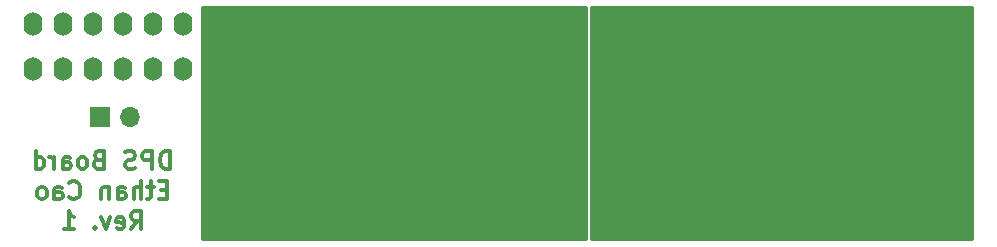
<source format=gbr>
%TF.GenerationSoftware,KiCad,Pcbnew,(5.1.6)-1*%
%TF.CreationDate,2021-12-11T15:19:36-08:00*%
%TF.ProjectId,PCB,5043422e-6b69-4636-9164-5f7063625858,rev?*%
%TF.SameCoordinates,Original*%
%TF.FileFunction,Copper,L2,Bot*%
%TF.FilePolarity,Positive*%
%FSLAX46Y46*%
G04 Gerber Fmt 4.6, Leading zero omitted, Abs format (unit mm)*
G04 Created by KiCad (PCBNEW (5.1.6)-1) date 2021-12-11 15:19:36*
%MOMM*%
%LPD*%
G01*
G04 APERTURE LIST*
%TA.AperFunction,NonConductor*%
%ADD10C,0.300000*%
%TD*%
%TA.AperFunction,ComponentPad*%
%ADD11C,13.000000*%
%TD*%
%TA.AperFunction,ComponentPad*%
%ADD12O,1.700000X1.700000*%
%TD*%
%TA.AperFunction,ComponentPad*%
%ADD13R,1.700000X1.700000*%
%TD*%
%TA.AperFunction,ComponentPad*%
%ADD14O,1.600000X2.000000*%
%TD*%
%TA.AperFunction,ViaPad*%
%ADD15C,0.800000*%
%TD*%
%TA.AperFunction,Conductor*%
%ADD16C,0.254000*%
%TD*%
G04 APERTURE END LIST*
D10*
X97428571Y-81388571D02*
X97428571Y-79888571D01*
X97071428Y-79888571D01*
X96857142Y-79960000D01*
X96714285Y-80102857D01*
X96642857Y-80245714D01*
X96571428Y-80531428D01*
X96571428Y-80745714D01*
X96642857Y-81031428D01*
X96714285Y-81174285D01*
X96857142Y-81317142D01*
X97071428Y-81388571D01*
X97428571Y-81388571D01*
X95928571Y-81388571D02*
X95928571Y-79888571D01*
X95357142Y-79888571D01*
X95214285Y-79960000D01*
X95142857Y-80031428D01*
X95071428Y-80174285D01*
X95071428Y-80388571D01*
X95142857Y-80531428D01*
X95214285Y-80602857D01*
X95357142Y-80674285D01*
X95928571Y-80674285D01*
X94500000Y-81317142D02*
X94285714Y-81388571D01*
X93928571Y-81388571D01*
X93785714Y-81317142D01*
X93714285Y-81245714D01*
X93642857Y-81102857D01*
X93642857Y-80960000D01*
X93714285Y-80817142D01*
X93785714Y-80745714D01*
X93928571Y-80674285D01*
X94214285Y-80602857D01*
X94357142Y-80531428D01*
X94428571Y-80460000D01*
X94500000Y-80317142D01*
X94500000Y-80174285D01*
X94428571Y-80031428D01*
X94357142Y-79960000D01*
X94214285Y-79888571D01*
X93857142Y-79888571D01*
X93642857Y-79960000D01*
X91357142Y-80602857D02*
X91142857Y-80674285D01*
X91071428Y-80745714D01*
X91000000Y-80888571D01*
X91000000Y-81102857D01*
X91071428Y-81245714D01*
X91142857Y-81317142D01*
X91285714Y-81388571D01*
X91857142Y-81388571D01*
X91857142Y-79888571D01*
X91357142Y-79888571D01*
X91214285Y-79960000D01*
X91142857Y-80031428D01*
X91071428Y-80174285D01*
X91071428Y-80317142D01*
X91142857Y-80460000D01*
X91214285Y-80531428D01*
X91357142Y-80602857D01*
X91857142Y-80602857D01*
X90142857Y-81388571D02*
X90285714Y-81317142D01*
X90357142Y-81245714D01*
X90428571Y-81102857D01*
X90428571Y-80674285D01*
X90357142Y-80531428D01*
X90285714Y-80460000D01*
X90142857Y-80388571D01*
X89928571Y-80388571D01*
X89785714Y-80460000D01*
X89714285Y-80531428D01*
X89642857Y-80674285D01*
X89642857Y-81102857D01*
X89714285Y-81245714D01*
X89785714Y-81317142D01*
X89928571Y-81388571D01*
X90142857Y-81388571D01*
X88357142Y-81388571D02*
X88357142Y-80602857D01*
X88428571Y-80460000D01*
X88571428Y-80388571D01*
X88857142Y-80388571D01*
X89000000Y-80460000D01*
X88357142Y-81317142D02*
X88500000Y-81388571D01*
X88857142Y-81388571D01*
X89000000Y-81317142D01*
X89071428Y-81174285D01*
X89071428Y-81031428D01*
X89000000Y-80888571D01*
X88857142Y-80817142D01*
X88500000Y-80817142D01*
X88357142Y-80745714D01*
X87642857Y-81388571D02*
X87642857Y-80388571D01*
X87642857Y-80674285D02*
X87571428Y-80531428D01*
X87500000Y-80460000D01*
X87357142Y-80388571D01*
X87214285Y-80388571D01*
X86071428Y-81388571D02*
X86071428Y-79888571D01*
X86071428Y-81317142D02*
X86214285Y-81388571D01*
X86500000Y-81388571D01*
X86642857Y-81317142D01*
X86714285Y-81245714D01*
X86785714Y-81102857D01*
X86785714Y-80674285D01*
X86714285Y-80531428D01*
X86642857Y-80460000D01*
X86500000Y-80388571D01*
X86214285Y-80388571D01*
X86071428Y-80460000D01*
X97214285Y-83152857D02*
X96714285Y-83152857D01*
X96500000Y-83938571D02*
X97214285Y-83938571D01*
X97214285Y-82438571D01*
X96500000Y-82438571D01*
X96071428Y-82938571D02*
X95500000Y-82938571D01*
X95857142Y-82438571D02*
X95857142Y-83724285D01*
X95785714Y-83867142D01*
X95642857Y-83938571D01*
X95500000Y-83938571D01*
X95000000Y-83938571D02*
X95000000Y-82438571D01*
X94357142Y-83938571D02*
X94357142Y-83152857D01*
X94428571Y-83010000D01*
X94571428Y-82938571D01*
X94785714Y-82938571D01*
X94928571Y-83010000D01*
X95000000Y-83081428D01*
X93000000Y-83938571D02*
X93000000Y-83152857D01*
X93071428Y-83010000D01*
X93214285Y-82938571D01*
X93500000Y-82938571D01*
X93642857Y-83010000D01*
X93000000Y-83867142D02*
X93142857Y-83938571D01*
X93500000Y-83938571D01*
X93642857Y-83867142D01*
X93714285Y-83724285D01*
X93714285Y-83581428D01*
X93642857Y-83438571D01*
X93500000Y-83367142D01*
X93142857Y-83367142D01*
X93000000Y-83295714D01*
X92285714Y-82938571D02*
X92285714Y-83938571D01*
X92285714Y-83081428D02*
X92214285Y-83010000D01*
X92071428Y-82938571D01*
X91857142Y-82938571D01*
X91714285Y-83010000D01*
X91642857Y-83152857D01*
X91642857Y-83938571D01*
X88928571Y-83795714D02*
X89000000Y-83867142D01*
X89214285Y-83938571D01*
X89357142Y-83938571D01*
X89571428Y-83867142D01*
X89714285Y-83724285D01*
X89785714Y-83581428D01*
X89857142Y-83295714D01*
X89857142Y-83081428D01*
X89785714Y-82795714D01*
X89714285Y-82652857D01*
X89571428Y-82510000D01*
X89357142Y-82438571D01*
X89214285Y-82438571D01*
X89000000Y-82510000D01*
X88928571Y-82581428D01*
X87642857Y-83938571D02*
X87642857Y-83152857D01*
X87714285Y-83010000D01*
X87857142Y-82938571D01*
X88142857Y-82938571D01*
X88285714Y-83010000D01*
X87642857Y-83867142D02*
X87785714Y-83938571D01*
X88142857Y-83938571D01*
X88285714Y-83867142D01*
X88357142Y-83724285D01*
X88357142Y-83581428D01*
X88285714Y-83438571D01*
X88142857Y-83367142D01*
X87785714Y-83367142D01*
X87642857Y-83295714D01*
X86714285Y-83938571D02*
X86857142Y-83867142D01*
X86928571Y-83795714D01*
X87000000Y-83652857D01*
X87000000Y-83224285D01*
X86928571Y-83081428D01*
X86857142Y-83010000D01*
X86714285Y-82938571D01*
X86500000Y-82938571D01*
X86357142Y-83010000D01*
X86285714Y-83081428D01*
X86214285Y-83224285D01*
X86214285Y-83652857D01*
X86285714Y-83795714D01*
X86357142Y-83867142D01*
X86500000Y-83938571D01*
X86714285Y-83938571D01*
X94142857Y-86488571D02*
X94642857Y-85774285D01*
X95000000Y-86488571D02*
X95000000Y-84988571D01*
X94428571Y-84988571D01*
X94285714Y-85060000D01*
X94214285Y-85131428D01*
X94142857Y-85274285D01*
X94142857Y-85488571D01*
X94214285Y-85631428D01*
X94285714Y-85702857D01*
X94428571Y-85774285D01*
X95000000Y-85774285D01*
X92928571Y-86417142D02*
X93071428Y-86488571D01*
X93357142Y-86488571D01*
X93500000Y-86417142D01*
X93571428Y-86274285D01*
X93571428Y-85702857D01*
X93500000Y-85560000D01*
X93357142Y-85488571D01*
X93071428Y-85488571D01*
X92928571Y-85560000D01*
X92857142Y-85702857D01*
X92857142Y-85845714D01*
X93571428Y-85988571D01*
X92357142Y-85488571D02*
X92000000Y-86488571D01*
X91642857Y-85488571D01*
X91071428Y-86345714D02*
X91000000Y-86417142D01*
X91071428Y-86488571D01*
X91142857Y-86417142D01*
X91071428Y-86345714D01*
X91071428Y-86488571D01*
X88428571Y-86488571D02*
X89285714Y-86488571D01*
X88857142Y-86488571D02*
X88857142Y-84988571D01*
X89000000Y-85202857D01*
X89142857Y-85345714D01*
X89285714Y-85417142D01*
D11*
%TO.P, ,1*%
%TO.N,GND*%
X116500000Y-81000000D03*
%TD*%
%TO.P, ,1*%
%TO.N,+12V*%
X149500000Y-81000000D03*
%TD*%
D12*
%TO.P,JP1,2*%
%TO.N,Net-(J1-Pad1)*%
X94040000Y-77000000D03*
D13*
%TO.P,JP1,1*%
%TO.N,Net-(JP1-Pad1)*%
X91500000Y-77000000D03*
%TD*%
D14*
%TO.P,J1,32*%
%TO.N,+12V*%
X164600000Y-69155000D03*
%TO.P,J1,33*%
X164600000Y-72965000D03*
%TO.P,J1,31*%
X162060000Y-69155000D03*
%TO.P,J1,34*%
X162060000Y-72965000D03*
%TO.P,J1,30*%
X159520000Y-69155000D03*
%TO.P,J1,35*%
X159520000Y-72965000D03*
%TO.P,J1,29*%
X156980000Y-69155000D03*
%TO.P,J1,36*%
X156980000Y-72965000D03*
%TO.P,J1,28*%
X154440000Y-69155000D03*
%TO.P,J1,37*%
X154440000Y-72965000D03*
%TO.P,J1,27*%
X151900000Y-69155000D03*
%TO.P,J1,38*%
X151900000Y-72965000D03*
%TO.P,J1,26*%
X149360000Y-69155000D03*
%TO.P,J1,39*%
X149360000Y-72965000D03*
%TO.P,J1,25*%
X146820000Y-69155000D03*
%TO.P,J1,40*%
X146820000Y-72965000D03*
%TO.P,J1,24*%
X144280000Y-69155000D03*
%TO.P,J1,41*%
X144280000Y-72965000D03*
%TO.P,J1,23*%
X141740000Y-69155000D03*
%TO.P,J1,42*%
X141740000Y-72965000D03*
%TO.P,J1,22*%
X139200000Y-69155000D03*
%TO.P,J1,43*%
X139200000Y-72965000D03*
%TO.P,J1,21*%
X136660000Y-69155000D03*
%TO.P,J1,44*%
X136660000Y-72965000D03*
%TO.P,J1,20*%
X134120000Y-69155000D03*
%TO.P,J1,45*%
X134120000Y-72965000D03*
%TO.P,J1,19*%
%TO.N,GND*%
X131580000Y-69155000D03*
%TO.P,J1,46*%
X131580000Y-72965000D03*
%TO.P,J1,18*%
X129040000Y-69155000D03*
%TO.P,J1,47*%
X129040000Y-72965000D03*
%TO.P,J1,17*%
X126500000Y-69155000D03*
%TO.P,J1,48*%
X126500000Y-72965000D03*
%TO.P,J1,16*%
X123960000Y-69155000D03*
%TO.P,J1,49*%
X123960000Y-72965000D03*
%TO.P,J1,15*%
X121420000Y-69155000D03*
%TO.P,J1,50*%
X121420000Y-72965000D03*
%TO.P,J1,14*%
X118880000Y-69155000D03*
%TO.P,J1,51*%
X118880000Y-72965000D03*
%TO.P,J1,13*%
X116340000Y-69155000D03*
%TO.P,J1,52*%
X116340000Y-72965000D03*
%TO.P,J1,12*%
X113800000Y-69155000D03*
%TO.P,J1,53*%
X113800000Y-72965000D03*
%TO.P,J1,11*%
X111260000Y-69155000D03*
%TO.P,J1,54*%
X111260000Y-72965000D03*
%TO.P,J1,10*%
X108720000Y-69155000D03*
%TO.P,J1,55*%
X108720000Y-72965000D03*
%TO.P,J1,9*%
X106180000Y-69155000D03*
%TO.P,J1,56*%
X106180000Y-72965000D03*
%TO.P,J1,8*%
X103640000Y-69155000D03*
%TO.P,J1,57*%
X103640000Y-72965000D03*
%TO.P,J1,7*%
X101100000Y-69155000D03*
%TO.P,J1,58*%
X101100000Y-72965000D03*
%TO.P,J1,6*%
%TO.N,N/C*%
X98560000Y-69155000D03*
%TO.P,J1,59*%
X98560000Y-72965000D03*
%TO.P,J1,5*%
X96020000Y-69155000D03*
%TO.P,J1,60*%
X96020000Y-72965000D03*
%TO.P,J1,4*%
%TO.N,Net-(J1-Pad4)*%
X93480000Y-69155000D03*
%TO.P,J1,61*%
%TO.N,N/C*%
X93480000Y-72965000D03*
%TO.P,J1,3*%
X90940000Y-69155000D03*
%TO.P,J1,62*%
X90940000Y-72965000D03*
%TO.P,J1,2*%
X88400000Y-69155000D03*
%TO.P,J1,63*%
X88400000Y-72965000D03*
%TO.P,J1,1*%
%TO.N,Net-(J1-Pad1)*%
X85860000Y-69155000D03*
%TO.P,J1,64*%
%TO.N,N/C*%
X85860000Y-72965000D03*
%TD*%
D15*
%TO.N,+12V*%
X147000000Y-87000000D03*
X149000000Y-87000000D03*
X151000000Y-87000000D03*
X155000000Y-83000000D03*
X153000000Y-83000000D03*
X154000000Y-85000000D03*
X152000000Y-85000000D03*
X150000000Y-85000000D03*
X148000000Y-85000000D03*
X146000000Y-85000000D03*
X145000000Y-83000000D03*
X146000000Y-81000000D03*
X144000000Y-81000000D03*
X156000000Y-81000000D03*
X154000000Y-81000000D03*
X155000000Y-79000000D03*
X153000000Y-79000000D03*
X145000000Y-79000000D03*
X146000000Y-77000000D03*
X148000000Y-77000000D03*
X150000000Y-77000000D03*
X152000000Y-77000000D03*
X154000000Y-77000000D03*
X134000000Y-71000000D03*
X136000000Y-71000000D03*
X138000000Y-71000000D03*
X140000000Y-71000000D03*
X142000000Y-71000000D03*
X144000000Y-71000000D03*
X148000000Y-71000000D03*
X146000000Y-71000000D03*
X150000000Y-71000000D03*
X152000000Y-71000000D03*
X154000000Y-71000000D03*
X156000000Y-71000000D03*
X158000000Y-71000000D03*
X160000000Y-71000000D03*
X162000000Y-71000000D03*
X164000000Y-71000000D03*
X165000000Y-75000000D03*
X163000000Y-75000000D03*
X159000000Y-75000000D03*
X161000000Y-75000000D03*
X157000000Y-75000000D03*
X155000000Y-75000000D03*
X151000000Y-75000000D03*
X149000000Y-75000000D03*
X147000000Y-75000000D03*
X144000000Y-75000000D03*
X138000000Y-75000000D03*
X138000000Y-75000000D03*
X138000000Y-75000000D03*
X136000000Y-75000000D03*
X136000000Y-75000000D03*
X136000000Y-75000000D03*
X136000000Y-75000000D03*
X134000000Y-75000000D03*
X134000000Y-75000000D03*
X153000000Y-75000000D03*
X140000000Y-75000000D03*
X142000000Y-75000000D03*
X144000000Y-77000000D03*
X143000000Y-79000000D03*
X143000000Y-83000000D03*
X144000000Y-85000000D03*
X142000000Y-81000000D03*
X142000000Y-77000000D03*
X141000000Y-79000000D03*
X140000000Y-81000000D03*
X141000000Y-83000000D03*
X142000000Y-85000000D03*
X143000000Y-87000000D03*
X145000000Y-87000000D03*
X153000000Y-87000000D03*
X155000000Y-87000000D03*
X156000000Y-85000000D03*
X157000000Y-83000000D03*
X158000000Y-81000000D03*
X157000000Y-79000000D03*
X156000000Y-77000000D03*
%TO.N,GND*%
X119000000Y-87000000D03*
X117000000Y-87000000D03*
X115000000Y-87000000D03*
X112000000Y-85000000D03*
X114000000Y-85000000D03*
X116000000Y-85000000D03*
X118000000Y-85000000D03*
X120000000Y-85000000D03*
X121000000Y-83000000D03*
X113000000Y-83000000D03*
X111000000Y-83000000D03*
X110000000Y-81000000D03*
X112000000Y-81000000D03*
X120000000Y-81000000D03*
X122000000Y-81000000D03*
X121000000Y-79000000D03*
X111000000Y-79000000D03*
X113000000Y-79000000D03*
X112000000Y-77000000D03*
X120000000Y-77000000D03*
X118000000Y-77000000D03*
X116000000Y-77000000D03*
X114000000Y-77000000D03*
X132000000Y-71000000D03*
X130000000Y-71000000D03*
X128000000Y-71000000D03*
X126000000Y-71000000D03*
X124000000Y-71000000D03*
X122000000Y-71000000D03*
X120000000Y-71000000D03*
X118000000Y-71000000D03*
X116000000Y-71000000D03*
X114000000Y-71000000D03*
X112000000Y-71000000D03*
X110000000Y-71000000D03*
X108000000Y-71000000D03*
X101000000Y-75000000D03*
X103000000Y-75000000D03*
X105000000Y-75000000D03*
X107000000Y-75000000D03*
X109000000Y-75000000D03*
X111000000Y-75000000D03*
X113000000Y-75000000D03*
X115000000Y-75000000D03*
X117000000Y-75000000D03*
X119000000Y-75000000D03*
X122000000Y-75000000D03*
X130000000Y-75000000D03*
X132000000Y-75000000D03*
X124000000Y-75000000D03*
X126000000Y-75000000D03*
X128000000Y-75000000D03*
X106000000Y-71000000D03*
X104000000Y-71000000D03*
X102000000Y-71000000D03*
X122000000Y-77000000D03*
X123000000Y-83000000D03*
X123000000Y-79000000D03*
X122000000Y-85000000D03*
X124000000Y-81000000D03*
X110000000Y-77000000D03*
X109000000Y-79000000D03*
X108000000Y-81000000D03*
X109000000Y-83000000D03*
X110000000Y-85000000D03*
X111000000Y-87000000D03*
X113000000Y-87000000D03*
X121000000Y-87000000D03*
X124000000Y-77000000D03*
X125000000Y-79000000D03*
X126000000Y-81000000D03*
X125000000Y-83000000D03*
X124000000Y-85000000D03*
X123000000Y-87000000D03*
%TD*%
D16*
%TO.N,+12V*%
G36*
X165315001Y-87315000D02*
G01*
X133127000Y-87315000D01*
X133127000Y-67685000D01*
X165315000Y-67685000D01*
X165315001Y-87315000D01*
G37*
X165315001Y-87315000D02*
X133127000Y-87315000D01*
X133127000Y-67685000D01*
X165315000Y-67685000D01*
X165315001Y-87315000D01*
%TO.N,GND*%
G36*
X132623000Y-87315000D02*
G01*
X100127000Y-87315000D01*
X100127000Y-67685000D01*
X132623000Y-67685000D01*
X132623000Y-87315000D01*
G37*
X132623000Y-87315000D02*
X100127000Y-87315000D01*
X100127000Y-67685000D01*
X132623000Y-67685000D01*
X132623000Y-87315000D01*
%TD*%
M02*

</source>
